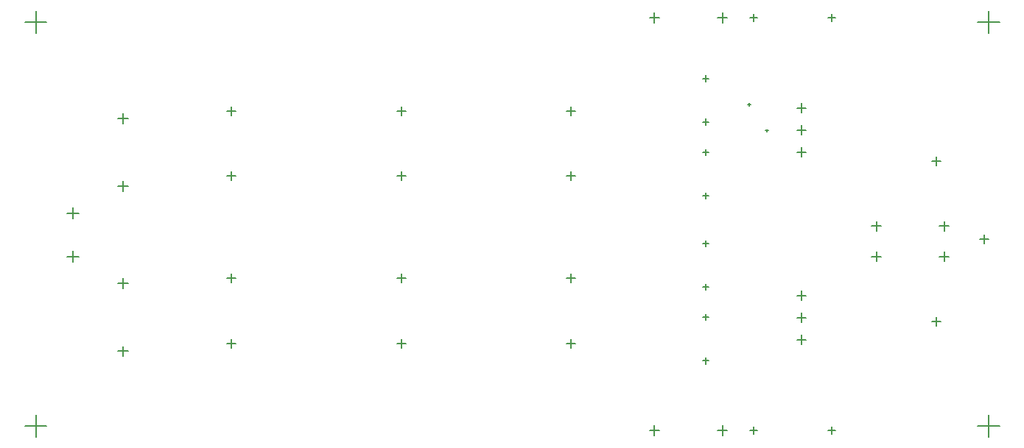
<source format=gbr>
G04*
G04 #@! TF.GenerationSoftware,Altium Limited,Altium Designer,24.5.1 (21)*
G04*
G04 Layer_Color=128*
%FSLAX25Y25*%
%MOIN*%
G70*
G04*
G04 #@! TF.SameCoordinates,C76CA4C4-4B78-49E4-996D-9464DF6DB47D*
G04*
G04*
G04 #@! TF.FilePolarity,Positive*
G04*
G01*
G75*
%ADD41C,0.00500*%
D41*
X358071Y137795D02*
X362402D01*
X360236Y135630D02*
Y139961D01*
X358071Y147795D02*
X362402D01*
X360236Y145630D02*
Y149961D01*
X358071Y157795D02*
X362402D01*
X360236Y155630D02*
Y159961D01*
X50886Y122441D02*
X55413D01*
X53150Y120177D02*
Y124705D01*
X50886Y153150D02*
X55413D01*
X53150Y150886D02*
Y155413D01*
X315551Y43307D02*
X318307D01*
X316929Y41929D02*
Y44685D01*
X315551Y62992D02*
X318307D01*
X316929Y61614D02*
Y64370D01*
X440866Y98425D02*
X444961D01*
X442913Y96378D02*
Y100472D01*
X177165Y156496D02*
X181102D01*
X179134Y154527D02*
Y158465D01*
X177165Y126969D02*
X181102D01*
X179134Y125000D02*
Y128937D01*
X27953Y110236D02*
X33071D01*
X30512Y107677D02*
Y112795D01*
X27953Y90551D02*
X33071D01*
X30512Y87992D02*
Y93110D01*
X50886Y78347D02*
X55413D01*
X53150Y76083D02*
Y80610D01*
X50886Y47638D02*
X55413D01*
X53150Y45374D02*
Y49902D01*
X322146Y198819D02*
X326673D01*
X324410Y196555D02*
Y201083D01*
X291437Y198819D02*
X295965D01*
X293701Y196555D02*
Y201083D01*
X439961Y196850D02*
X449803D01*
X444882Y191929D02*
Y201772D01*
X336909Y11811D02*
X340256D01*
X338583Y10138D02*
Y13484D01*
X372342Y11811D02*
X375689D01*
X374016Y10138D02*
Y13484D01*
X419213Y61024D02*
X423307D01*
X421260Y58976D02*
Y63071D01*
X391831Y90551D02*
X396358D01*
X394094Y88287D02*
Y92815D01*
X422539Y90551D02*
X427067D01*
X424803Y88287D02*
Y92815D01*
X391831Y104331D02*
X396358D01*
X394094Y102067D02*
Y106595D01*
X422539Y104331D02*
X427067D01*
X424803Y102067D02*
Y106595D01*
X419213Y133858D02*
X423307D01*
X421260Y131811D02*
Y135906D01*
X358071Y72835D02*
X362402D01*
X360236Y70669D02*
Y75000D01*
X358071Y62835D02*
X362402D01*
X360236Y60669D02*
Y65000D01*
X358071Y52835D02*
X362402D01*
X360236Y50669D02*
Y55000D01*
X336909Y198819D02*
X340256D01*
X338583Y197146D02*
Y200492D01*
X372342Y198819D02*
X375689D01*
X374016Y197146D02*
Y200492D01*
X322146Y11811D02*
X326673D01*
X324410Y9547D02*
Y14075D01*
X291437Y11811D02*
X295965D01*
X293701Y9547D02*
Y14075D01*
X8858Y13780D02*
X18701D01*
X13780Y8858D02*
Y18701D01*
X100394Y80709D02*
X104331D01*
X102362Y78740D02*
Y82677D01*
X100394Y51181D02*
X104331D01*
X102362Y49213D02*
Y53150D01*
X253937Y80709D02*
X257874D01*
X255906Y78740D02*
Y82677D01*
X253937Y51181D02*
X257874D01*
X255906Y49213D02*
Y53150D01*
X177165Y80709D02*
X181102D01*
X179134Y78740D02*
Y82677D01*
X177165Y51181D02*
X181102D01*
X179134Y49213D02*
Y53150D01*
X100394Y156496D02*
X104331D01*
X102362Y154527D02*
Y158465D01*
X100394Y126969D02*
X104331D01*
X102362Y125000D02*
Y128937D01*
X253937Y156496D02*
X257874D01*
X255906Y154527D02*
Y158465D01*
X253937Y126969D02*
X257874D01*
X255906Y125000D02*
Y128937D01*
X439961Y13780D02*
X449803D01*
X444882Y8858D02*
Y18701D01*
X315551Y76772D02*
X318307D01*
X316929Y75394D02*
Y78150D01*
X315551Y96457D02*
X318307D01*
X316929Y95079D02*
Y97835D01*
X315551Y151575D02*
X318307D01*
X316929Y150197D02*
Y152953D01*
X315551Y171260D02*
X318307D01*
X316929Y169882D02*
Y172638D01*
X315551Y137795D02*
X318307D01*
X316929Y136417D02*
Y139173D01*
X315551Y118110D02*
X318307D01*
X316929Y116732D02*
Y119488D01*
X8858Y196850D02*
X18701D01*
X13780Y191929D02*
Y201772D01*
X336024Y159449D02*
X337205D01*
X336614Y158858D02*
Y160039D01*
X343898Y147638D02*
X345079D01*
X344488Y147047D02*
Y148228D01*
M02*

</source>
